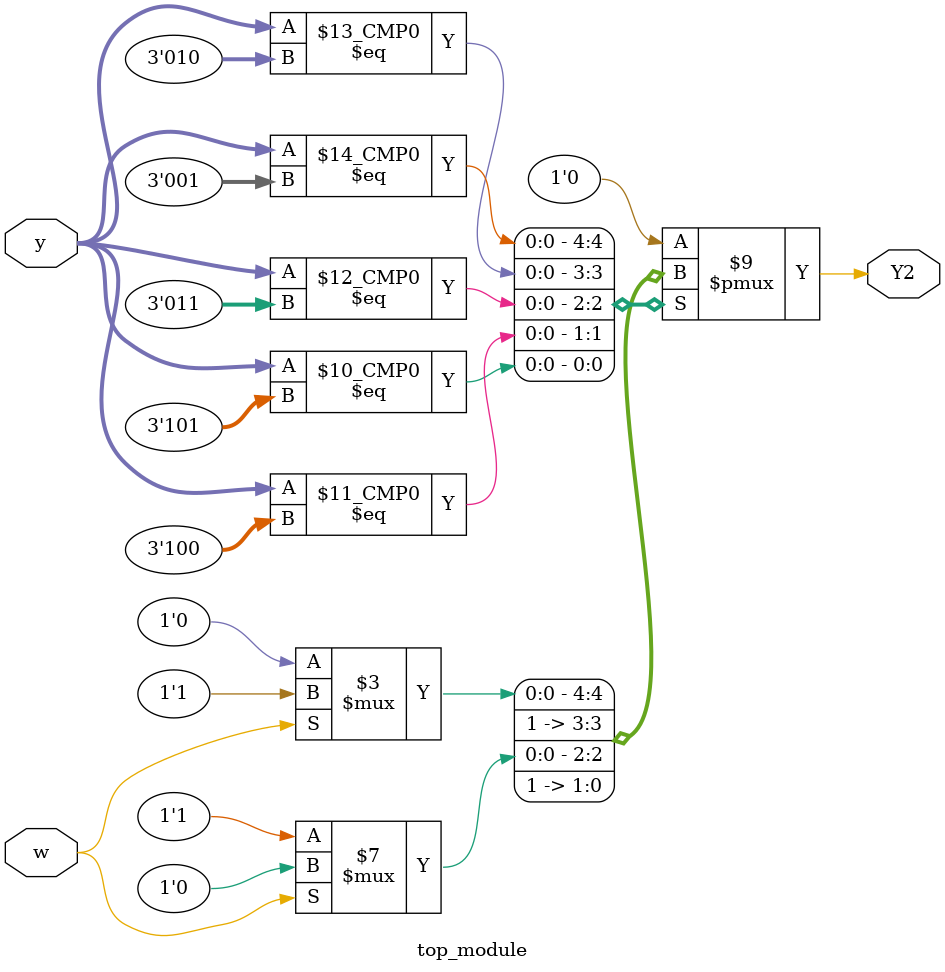
<source format=sv>
module top_module(
    input [3:1] y,
    input w,
    output reg Y2);

    // Define the states
    parameter A = 3'b000;
    parameter B = 3'b001;
    parameter C = 3'b010;
    parameter D = 3'b011;
    parameter E = 3'b100;
    parameter F = 3'b101;

    always @(*) begin
        case (y)
            A: Y2 = 1'b0;
            B: Y2 = (w == 1'b0) ? 1'b0 : 1'b1;
            C: Y2 = (w == 1'b0) ? 1'b1 : 1'b1;
            D: Y2 = (w == 1'b0) ? 1'b1 : 1'b0;
            E: Y2 = 1'b1;
            F: Y2 = 1'b1;
            default: Y2 = 1'b0; // default case should never be hit
        endcase
    end

endmodule

</source>
